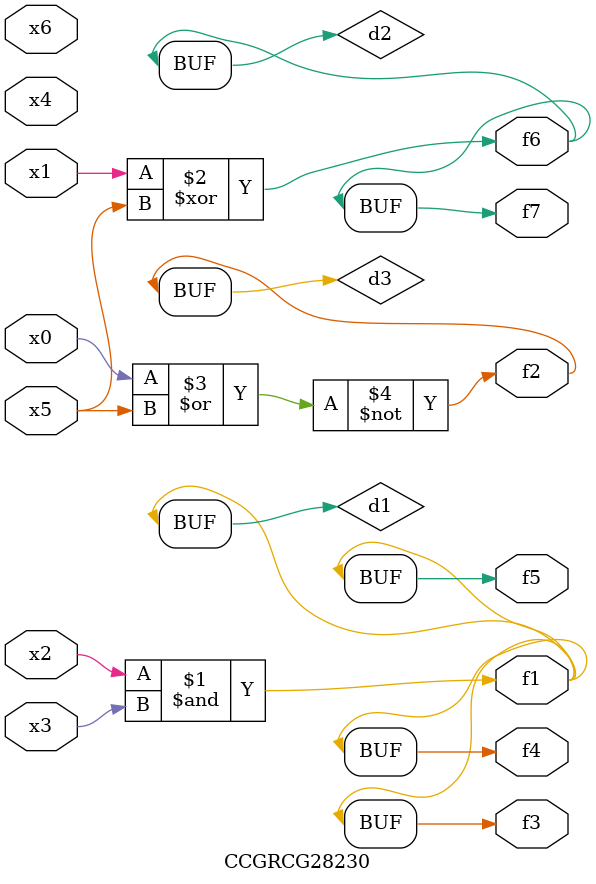
<source format=v>
module CCGRCG28230(
	input x0, x1, x2, x3, x4, x5, x6,
	output f1, f2, f3, f4, f5, f6, f7
);

	wire d1, d2, d3;

	and (d1, x2, x3);
	xor (d2, x1, x5);
	nor (d3, x0, x5);
	assign f1 = d1;
	assign f2 = d3;
	assign f3 = d1;
	assign f4 = d1;
	assign f5 = d1;
	assign f6 = d2;
	assign f7 = d2;
endmodule

</source>
